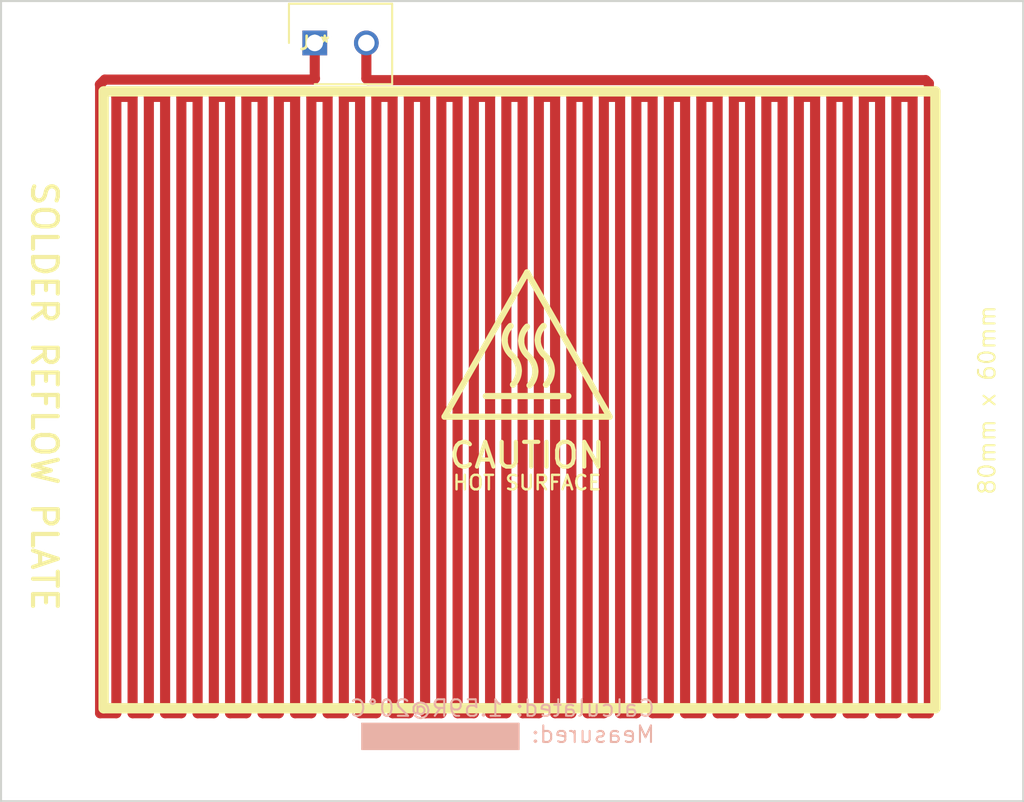
<source format=kicad_pcb>
(kicad_pcb (version 20230410) (generator pcbnew)
  (layers (0 "F.Cu" signal) (31 "B.Cu" signal) (34 "B.Paste" user) (35 "F.Paste" user) (36 "B.SilkS" user "B.Silkscreen") (37 "F.SilkS" user "F.Silkscreen") (38 "B.Mask" user) (39 "F.Mask" user) (44 "Edge.Cuts" user))
  (net 0 "")
  (net 1 "heater")
  (footprint "AutoGenerated:MountingHole_3.20mm" (layer "F.Cu") (at 99.264 70.6035)
    (fp_text reference "" (at 0 0) (layer "F.SilkS") (effects (font (size 1.27 1.27))))
    (fp_text value "" (at 0 0) (layer "F.SilkS") (effects (font (size 1.27 1.27))))
    (pad "" np_thru_hole circle (at 10 16) (size 3.2 3.2) (drill 3.2) (layers "F&B.Cu" "*.Mask"))
  )
  (footprint "AutoGenerated:MountingHole_3.20mm" (layer "F.Cu") (at 19.264 18.3515)
    (fp_text reference "" (at 0 0) (layer "F.SilkS") (effects (font (size 1.27 1.27))))
    (fp_text value "" (at 0 0) (layer "F.SilkS") (effects (font (size 1.27 1.27))))
    (pad "" np_thru_hole circle (at 0 0) (size 3.2 3.2) (drill 3.2) (layers "*.Cu" "*.Mask"))
  )
  (footprint "AutoGenerated:MountingHole_3.20mm" (layer "F.Cu") (at 99.264 18.3515)
    (fp_text reference "" (at 0 0) (layer "F.SilkS") (effects (font (size 1.27 1.27))))
    (fp_text value "" (at 0 0) (layer "F.SilkS") (effects (font (size 1.27 1.27))))
    (pad "" np_thru_hole circle (at 10 0) (size 3.2 3.2) (drill 3.2) (layers "F&B.Cu" "*.Mask"))
  )
  (footprint "library_manager:SHDR2W100P0X500_1X2_1000X780X1030P" (layer "F.Cu") (at 45.3898 18.2245)
    (fp_text reference "J**" (at 0 0) (layer "F.SilkS") (effects (font (size 1.27 1.27) (thickness 0.254))))
    (fp_text value "SHDR2W100P0X500_1X2_1000X780X1030P" hide)
    (fp_line (start -2.5 -3.8) (end -2.5 0) (stroke (width 0.2)) (layer "F.SilkS"))
    (fp_line (start 0 4) (end 7.5 4) (stroke (width 0.2)) (layer "F.SilkS"))
    (fp_line (start 7.5 -3.8) (end -2.5 -3.8) (stroke (width 0.2)) (layer "F.SilkS"))
    (fp_line (start 7.5 4) (end 7.5 -3.8) (stroke (width 0.2)) (layer "F.SilkS"))
    (pad "1" thru_hole rect (at 0 0) (size 2.4 2.4) (drill 1.6) (layers "*.Cu" "*.Mask") (net 1 "heater"))
    (pad "2" thru_hole circle (at 5 0) (size 2.4 2.4) (drill 1.6) (layers "*.Cu" "*.Mask") (net 1 "heater"))
  )
  (footprint "AutoGenerated:MountingHole_3.20mm" (layer "F.Cu") (at 19.264 70.6035)
    (fp_text reference "" (at 0 0) (layer "F.SilkS") (effects (font (size 1.27 1.27))))
    (fp_text value "" (at 0 0) (layer "F.SilkS") (effects (font (size 1.27 1.27))))
    (pad "" np_thru_hole circle (at 0 16) (size 3.2 3.2) (drill 3.2) (layers "F&B.Cu" "*.Mask"))
  )
  (gr_rect (start 49.946 84.2005) (end 65.186 86.7405) (stroke (width 0.12)) (fill solid) (layer "B.SilkS"))
  (gr_line (start 105.537 82.7405) (end 105.537 22.9221) (stroke (width 1)) (layer "F.SilkS"))
  (gr_arc (start 64.3648 48.4013) (mid 63.946418 47.77465) (end 63.799691 47.035593) (stroke (width 0.6)) (layer "F.SilkS"))
  (gr_line (start 61.9648 52.4703) (end 69.9648 52.4703) (stroke (width 0.6)) (layer "F.SilkS"))
  (gr_line (start 57.9648 54.4703) (end 65.9648 40.4703) (stroke (width 0.6)) (layer "F.SilkS"))
  (gr_arc (start 65.9648 48.4703) (mid 65.546035 47.843574) (end 65.398984 47.1043) (stroke (width 0.6)) (layer "F.SilkS"))
  (gr_arc (start 68.3648 50.0013) (mid 68.217811 50.740262) (end 67.799223 51.366723) (stroke (width 0.6)) (layer "F.SilkS"))
  (gr_arc (start 65.1648 50.0013) (mid 65.017811 50.740262) (end 64.599223 51.366723) (stroke (width 0.6)) (layer "F.SilkS"))
  (gr_arc (start 67.5648 48.4013) (mid 67.146418 47.77465) (end 66.999691 47.035593) (stroke (width 0.6)) (layer "F.SilkS"))
  (gr_line (start 67.5648 48.4013) (end 67.7988 48.6363) (stroke (width 0.6)) (layer "F.SilkS"))
  (gr_line (start 65.9648 40.4703) (end 73.9648 54.4703) (stroke (width 0.6)) (layer "F.SilkS"))
  (gr_arc (start 66.1988 48.7043) (mid 66.617641 49.330643) (end 66.764909 50.069593) (stroke (width 0.6)) (layer "F.SilkS"))
  (gr_arc (start 67.7988 48.6363) (mid 68.217258 49.262567) (end 68.364202 50.0013) (stroke (width 0.6)) (layer "F.SilkS"))
  (gr_line (start 65.9648 48.4703) (end 66.1988 48.7043) (stroke (width 0.6)) (layer "F.SilkS"))
  (gr_arc (start 66.7648 50.0703) (mid 66.617811 50.809262) (end 66.199223 51.435723) (stroke (width 0.6)) (layer "F.SilkS"))
  (gr_line (start 105.537 82.7405) (end 24.9292 82.7405) (stroke (width 1)) (layer "F.SilkS"))
  (gr_arc (start 63.7988 47.0363) (mid 63.945865 46.296956) (end 64.36467 45.67017) (stroke (width 0.6)) (layer "F.SilkS"))
  (gr_arc (start 64.5988 48.6363) (mid 65.017258 49.262567) (end 65.164202 50.0013) (stroke (width 0.6)) (layer "F.SilkS"))
  (gr_line (start 24.9292 22.9221) (end 105.537 22.9221) (stroke (width 1)) (layer "F.SilkS"))
  (gr_arc (start 66.9988 47.0363) (mid 67.145865 46.296956) (end 67.56467 45.67017) (stroke (width 0.6)) (layer "F.SilkS"))
  (gr_arc (start 65.3988 47.1043) (mid 65.545865 46.364956) (end 65.96467 45.73817) (stroke (width 0.6)) (layer "F.SilkS"))
  (gr_line (start 64.3648 48.4013) (end 64.5988 48.6363) (stroke (width 0.6)) (layer "F.SilkS"))
  (gr_line (start 24.9292 22.9221) (end 24.9292 82.7405) (stroke (width 1)) (layer "F.SilkS"))
  (gr_line (start 57.9648 54.4703) (end 73.9648 54.4703) (stroke (width 0.6)) (layer "F.SilkS"))
  (gr_rect (start 14.986 14.1605) (end 114.046 91.7575) (stroke (width 0.2)) (fill none) (layer "Edge.Cuts"))
  (gr_text "Calculated: 1.59R@20°C" (at 78.486 82.7405) (layer "B.SilkS") (effects (font (size 1.6 1.6) (thickness 0.2)) (justify left mirror)))
  (gr_text "Measured:" (at 78.486 85.2805) (layer "B.SilkS") (effects (font (size 1.6 1.6) (thickness 0.2)) (justify left mirror)))
  (gr_text "CAUTION" (at 65.9648 58.2203) (layer "F.SilkS") (effects (font (size 2.4 2.4) (thickness 0.4))))
  (gr_text "HOT SURFACE" (at 65.9648 60.8703) (layer "F.SilkS") (effects (font (size 1.4 1.4) (thickness 0.24))))
  (gr_text "80mm x 60mm" (at 110.5408 62.1665 90) (layer "F.SilkS") (effects (font (size 1.6 1.6) (thickness 0.2)) (justify left)))
  (gr_text "SOLDER REFLOW PLATE" (at 19.177 31.4071 -90) (layer "F.SilkS") (effects (font (size 2.4 2.4) (thickness 0.4)) (justify left)))
  (segment (start 56.0832 23.4569) (end 56.0832 83.2231) (width 0.98) (layer "F.Cu") (net 1))
  (segment (start 100.1776 23.4569) (end 100.1776 83.2231) (width 0.98) (layer "F.Cu") (net 1))
  (segment (start 62.3824 83.2231) (end 63.9572 83.2231) (width 0.98) (layer "F.Cu") (net 1))
  (segment (start 43.4848 23.4569) (end 43.4848 83.2231) (width 0.98) (layer "F.Cu") (net 1))
  (segment (start 89.154 83.2231) (end 89.154 23.4569) (width 0.98) (layer "F.Cu") (net 1))
  (segment (start 93.8784 83.2231) (end 95.4532 83.2231) (width 0.98) (layer "F.Cu") (net 1))
  (segment (start 79.7052 23.4569) (end 81.28 23.4569) (width 0.98) (layer "F.Cu") (net 1))
  (segment (start 70.2564 83.2231) (end 70.2564 23.4569) (width 0.98) (layer "F.Cu") (net 1))
  (segment (start 65.532 23.4569) (end 65.532 83.2231) (width 0.98) (layer "F.Cu") (net 1))
  (segment (start 92.3036 83.2231) (end 92.3036 23.4569) (width 0.98) (layer "F.Cu") (net 1))
  (segment (start 60.8076 23.4569) (end 62.3824 23.4569) (width 0.98) (layer "F.Cu") (net 1))
  (segment (start 97.028 83.2231) (end 98.6028 83.2231) (width 0.98) (layer "F.Cu") (net 1))
  (segment (start 24.5872 22.2631) (end 24.5872 83.2231) (width 0.98) (layer "F.Cu") (net 1))
  (segment (start 32.4612 23.4569) (end 34.036 23.4569) (width 0.98) (layer "F.Cu") (net 1))
  (segment (start 51.3588 23.4569) (end 52.9336 23.4569) (width 0.98) (layer "F.Cu") (net 1))
  (segment (start 68.6816 23.4569) (end 68.6816 83.2231) (width 0.98) (layer "F.Cu") (net 1))
  (segment (start 38.7604 83.2231) (end 38.7604 23.4569) (width 0.98) (layer "F.Cu") (net 1))
  (segment (start 45.0596 83.2231) (end 45.0596 23.4569) (width 0.98) (layer "F.Cu") (net 1))
  (segment (start 104.902 22.1361) (end 104.5972 21.8313) (width 0.98) (layer "F.Cu") (net 1))
  (segment (start 101.7524 83.2231) (end 101.7524 23.4569) (width 0.98) (layer "F.Cu") (net 1))
  (segment (start 52.9336 83.2231) (end 54.5084 83.2231) (width 0.98) (layer "F.Cu") (net 1))
  (segment (start 76.5556 23.4569) (end 78.1304 23.4569) (width 0.98) (layer "F.Cu") (net 1))
  (segment (start 98.6028 83.2231) (end 98.6028 23.4569) (width 0.98) (layer "F.Cu") (net 1))
  (segment (start 92.3036 23.4569) (end 93.8784 23.4569) (width 0.98) (layer "F.Cu") (net 1))
  (segment (start 40.3352 83.2231) (end 41.91 83.2231) (width 0.98) (layer "F.Cu") (net 1))
  (segment (start 86.0044 83.2231) (end 86.0044 23.4569) (width 0.98) (layer "F.Cu") (net 1))
  (segment (start 95.4532 83.2231) (end 95.4532 23.4569) (width 0.98) (layer "F.Cu") (net 1))
  (segment (start 26.162 83.2231) (end 26.162 23.4569) (width 0.98) (layer "F.Cu") (net 1))
  (segment (start 41.91 83.2231) (end 41.91 23.4569) (width 0.98) (layer "F.Cu") (net 1))
  (segment (start 34.036 23.4569) (end 34.036 83.2231) (width 0.98) (layer "F.Cu") (net 1))
  (segment (start 48.2092 23.4569) (end 49.784 23.4569) (width 0.98) (layer "F.Cu") (net 1))
  (segment (start 87.5792 83.2231) (end 89.154 83.2231) (width 0.98) (layer "F.Cu") (net 1))
  (segment (start 98.6028 23.4569) (end 100.1776 23.4569) (width 0.98) (layer "F.Cu") (net 1))
  (segment (start 87.5792 23.4569) (end 87.5792 83.2231) (width 0.98) (layer "F.Cu") (net 1))
  (segment (start 32.4612 83.2231) (end 32.4612 23.4569) (width 0.98) (layer "F.Cu") (net 1))
  (segment (start 54.5084 83.2231) (end 54.5084 23.4569) (width 0.98) (layer "F.Cu") (net 1))
  (segment (start 37.1856 23.4569) (end 37.1856 83.2231) (width 0.98) (layer "F.Cu") (net 1))
  (segment (start 51.3588 83.2231) (end 51.3588 23.4569) (width 0.98) (layer "F.Cu") (net 1))
  (segment (start 37.1856 83.2231) (end 38.7604 83.2231) (width 0.98) (layer "F.Cu") (net 1))
  (segment (start 30.8864 83.2231) (end 32.4612 83.2231) (width 0.98) (layer "F.Cu") (net 1))
  (segment (start 48.2092 83.2231) (end 48.2092 23.4569) (width 0.98) (layer "F.Cu") (net 1))
  (segment (start 73.406 83.2231) (end 73.406 23.4569) (width 0.98) (layer "F.Cu") (net 1))
  (segment (start 74.9808 23.4569) (end 74.9808 83.2231) (width 0.98) (layer "F.Cu") (net 1))
  (segment (start 49.784 23.4569) (end 49.784 83.2231) (width 0.98) (layer "F.Cu") (net 1))
  (segment (start 90.7288 23.4569) (end 90.7288 83.2231) (width 0.98) (layer "F.Cu") (net 1))
  (segment (start 73.406 23.4569) (end 74.9808 23.4569) (width 0.98) (layer "F.Cu") (net 1))
  (segment (start 24.5872 83.2231) (end 26.162 83.2231) (width 0.98) (layer "F.Cu") (net 1))
  (segment (start 104.902 83.2231) (end 104.902 22.1361) (width 0.98) (layer "F.Cu") (net 1))
  (segment (start 65.532 83.2231) (end 67.1068 83.2231) (width 0.98) (layer "F.Cu") (net 1))
  (segment (start 93.8784 23.4569) (end 93.8784 83.2231) (width 0.98) (layer "F.Cu") (net 1))
  (segment (start 60.8076 83.2231) (end 60.8076 23.4569) (width 0.98) (layer "F.Cu") (net 1))
  (segment (start 27.7368 23.4569) (end 27.7368 83.2231) (width 0.98) (layer "F.Cu") (net 1))
  (segment (start 35.6108 83.2231) (end 35.6108 23.4569) (width 0.98) (layer "F.Cu") (net 1))
  (segment (start 27.7368 83.2231) (end 29.3116 83.2231) (width 0.98) (layer "F.Cu") (net 1))
  (segment (start 90.7288 83.2231) (end 92.3036 83.2231) (width 0.98) (layer "F.Cu") (net 1))
  (segment (start 43.4848 83.2231) (end 45.0596 83.2231) (width 0.98) (layer "F.Cu") (net 1))
  (segment (start 82.8548 23.4569) (end 84.4296 23.4569) (width 0.98) (layer "F.Cu") (net 1))
  (segment (start 63.9572 23.4569) (end 65.532 23.4569) (width 0.98) (layer "F.Cu") (net 1))
  (segment (start 81.28 83.2231) (end 82.8548 83.2231) (width 0.98) (layer "F.Cu") (net 1))
  (segment (start 41.91 23.4569) (end 43.4848 23.4569) (width 0.98) (layer "F.Cu") (net 1))
  (segment (start 70.2564 23.4569) (end 71.8312 23.4569) (width 0.98) (layer "F.Cu") (net 1))
  (segment (start 45.3898 21.7043) (end 45.3898 18.2245) (width 0.98) (layer "F.Cu") (net 1))
  (segment (start 49.784 83.2231) (end 51.3588 83.2231) (width 0.98) (layer "F.Cu") (net 1))
  (segment (start 46.6344 83.2231) (end 48.2092 83.2231) (width 0.98) (layer "F.Cu") (net 1))
  (segment (start 50.546 21.8313) (end 50.3898 21.6751) (width 0.98) (layer "F.Cu") (net 1))
  (segment (start 100.1776 83.2231) (end 101.7524 83.2231) (width 0.98) (layer "F.Cu") (net 1))
  (segment (start 84.4296 83.2231) (end 86.0044 83.2231) (width 0.98) (layer "F.Cu") (net 1))
  (segment (start 101.7524 23.4569) (end 103.3272 23.4569) (width 0.98) (layer "F.Cu") (net 1))
  (segment (start 30.8864 23.4569) (end 30.8864 83.2231) (width 0.98) (layer "F.Cu") (net 1))
  (segment (start 103.3272 83.2231) (end 104.902 83.2231) (width 0.98) (layer "F.Cu") (net 1))
  (segment (start 67.1068 23.4569) (end 68.6816 23.4569) (width 0.98) (layer "F.Cu") (net 1))
  (segment (start 84.4296 23.4569) (end 84.4296 83.2231) (width 0.98) (layer "F.Cu") (net 1))
  (segment (start 89.154 23.4569) (end 90.7288 23.4569) (width 0.98) (layer "F.Cu") (net 1))
  (segment (start 104.5972 21.8313) (end 50.546 21.8313) (width 0.98) (layer "F.Cu") (net 1))
  (segment (start 86.0044 23.4569) (end 87.5792 23.4569) (width 0.98) (layer "F.Cu") (net 1))
  (segment (start 35.6108 23.4569) (end 37.1856 23.4569) (width 0.98) (layer "F.Cu") (net 1))
  (segment (start 68.6816 83.2231) (end 70.2564 83.2231) (width 0.98) (layer "F.Cu") (net 1))
  (segment (start 71.8312 83.2231) (end 73.406 83.2231) (width 0.98) (layer "F.Cu") (net 1))
  (segment (start 59.2328 83.2231) (end 60.8076 83.2231) (width 0.98) (layer "F.Cu") (net 1))
  (segment (start 54.5084 23.4569) (end 56.0832 23.4569) (width 0.98) (layer "F.Cu") (net 1))
  (segment (start 78.1304 83.2231) (end 79.7052 83.2231) (width 0.98) (layer "F.Cu") (net 1))
  (segment (start 24.5618 22.2631) (end 25.0444 21.7805) (width 0.98) (layer "F.Cu") (net 1))
  (segment (start 57.658 23.4569) (end 59.2328 23.4569) (width 0.98) (layer "F.Cu") (net 1))
  (segment (start 50.3898 21.6751) (end 50.3898 18.2245) (width 0.98) (layer "F.Cu") (net 1))
  (segment (start 82.8548 83.2231) (end 82.8548 23.4569) (width 0.98) (layer "F.Cu") (net 1))
  (segment (start 74.9808 83.2231) (end 76.5556 83.2231) (width 0.98) (layer "F.Cu") (net 1))
  (segment (start 25.0444 21.7805) (end 45.3136 21.7805) (width 0.98) (layer "F.Cu") (net 1))
  (segment (start 81.28 23.4569) (end 81.28 83.2231) (width 0.98) (layer "F.Cu") (net 1))
  (segment (start 26.162 23.4569) (end 27.7368 23.4569) (width 0.98) (layer "F.Cu") (net 1))
  (segment (start 40.3352 23.4569) (end 40.3352 83.2231) (width 0.98) (layer "F.Cu") (net 1))
  (segment (start 62.3824 23.4569) (end 62.3824 83.2231) (width 0.98) (layer "F.Cu") (net 1))
  (segment (start 76.5556 83.2231) (end 76.5556 23.4569) (width 0.98) (layer "F.Cu") (net 1))
  (segment (start 46.6344 23.4569) (end 46.6344 83.2231) (width 0.98) (layer "F.Cu") (net 1))
  (segment (start 34.036 83.2231) (end 35.6108 83.2231) (width 0.98) (layer "F.Cu") (net 1))
  (segment (start 38.7604 23.4569) (end 40.3352 23.4569) (width 0.98) (layer "F.Cu") (net 1))
  (segment (start 97.028 23.4569) (end 97.028 83.2231) (width 0.98) (layer "F.Cu") (net 1))
  (segment (start 57.658 83.2231) (end 57.658 23.4569) (width 0.98) (layer "F.Cu") (net 1))
  (segment (start 78.1304 23.4569) (end 78.1304 83.2231) (width 0.98) (layer "F.Cu") (net 1))
  (segment (start 79.7052 83.2231) (end 79.7052 23.4569) (width 0.98) (layer "F.Cu") (net 1))
  (segment (start 63.9572 83.2231) (end 63.9572 23.4569) (width 0.98) (layer "F.Cu") (net 1))
  (segment (start 59.2328 23.4569) (end 59.2328 83.2231) (width 0.98) (layer "F.Cu") (net 1))
  (segment (start 71.8312 23.4569) (end 71.8312 83.2231) (width 0.98) (layer "F.Cu") (net 1))
  (segment (start 29.3116 23.4569) (end 30.8864 23.4569) (width 0.98) (layer "F.Cu") (net 1))
  (segment (start 45.3136 21.7805) (end 45.4152 21.6789) (width 0.98) (layer "F.Cu") (net 1))
  (segment (start 52.9336 23.4569) (end 52.9336 83.2231) (width 0.98) (layer "F.Cu") (net 1))
  (segment (start 67.1068 83.2231) (end 67.1068 23.4569) (width 0.98) (layer "F.Cu") (net 1))
  (segment (start 45.0596 23.4569) (end 46.6344 23.4569) (width 0.98) (layer "F.Cu") (net 1))
  (segment (start 56.0832 83.2231) (end 57.658 83.2231) (width 0.98) (layer "F.Cu") (net 1))
  (segment (start 95.4532 23.4569) (end 97.028 23.4569) (width 0.98) (layer "F.Cu") (net 1))
  (segment (start 103.3272 23.4569) (end 103.3272 83.2231) (width 0.98) (layer "F.Cu") (net 1))
  (segment (start 29.3116 83.2231) (end 29.3116 23.4569) (width 0.98) (layer "F.Cu") (net 1))
)
</source>
